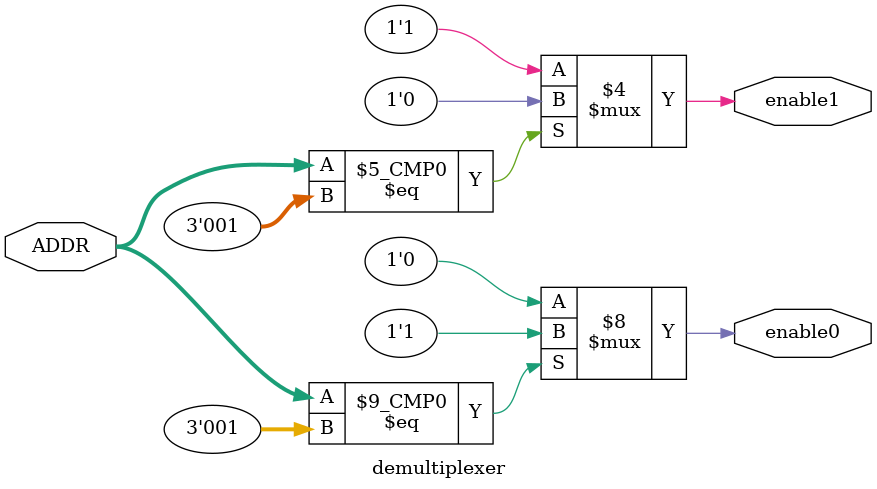
<source format=v>
module demultiplexer (
    output enable0,
    output enable1,
    input [2:0] ADDR
);
    
    reg enable0;
    reg enable1;
    
    always @(ADDR) begin
        case (ADDR)
            3'b001: begin
                enable0 <= 1'b1;
                enable1 <= 1'b0;
            end
            3'b010: begin
                enable1 <= 1'b1;
                enable0 <= 1'b0;
            end
            default: begin
                enable0 <= 1'b0;
                enable1 <= 1'b1;
            end
        endcase
    end
    
endmodule

</source>
